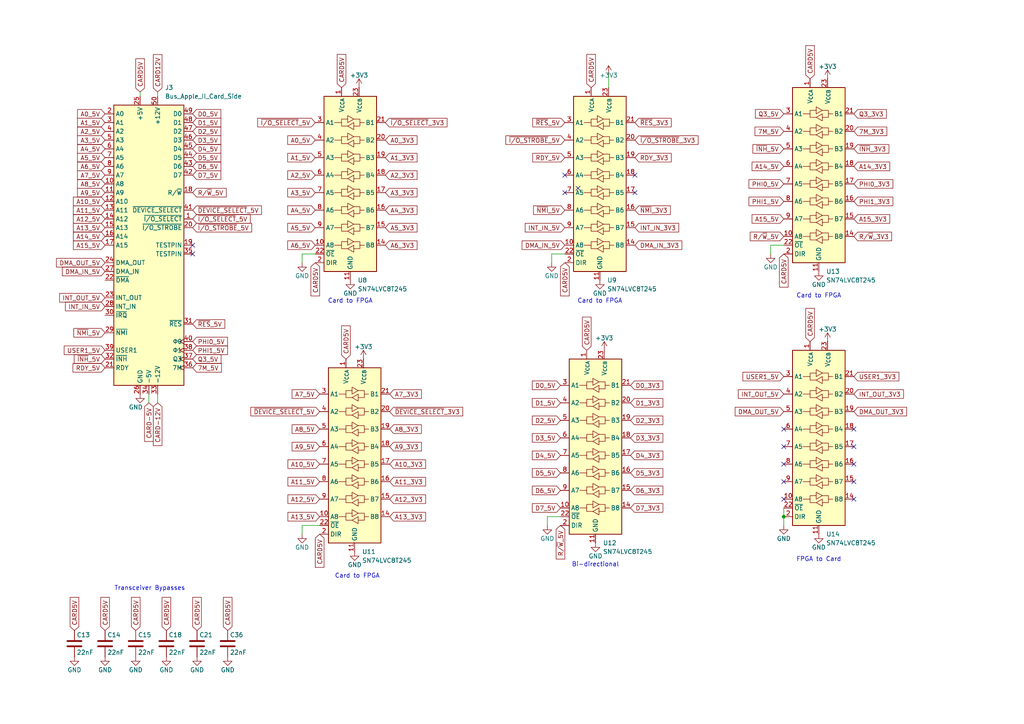
<source format=kicad_sch>
(kicad_sch (version 20250114) (generator "eeschema") (generator_version "9.0")
  (paper "A4")
  (title_block (title "Apple II Bus Interface - Level Shifted") (date "2025-11-30") (rev "1.0.0") (company "clock. Connected to FPGA banks 6 and 7.") (comment 1 "(PHI0, PHI1, R/W, device selects, DMA, interrupts, etc.). 25MHz oscillator for FPGA system") (comment 2 "(A0-A15), data (D0-D7 bidirectional, direction controlled by R/W), and control signals") (comment 3 "74LVC8T245 level shifters translating between 5V Apple II bus and 3.3V FPGA. Address") (comment 4 "Card Apple II bus interface. 50-pin card edge connector with full bus signals. Six"))
  (lib_symbols
    (symbol "Device:C" (pin_numbers (hide yes)) (pin_names (offset 0.254))
      (property "Reference" "C" (at 0.635 2.54 0))
      (property "Value" "C" (at 0.635 -2.54 0))
      (symbol "C_0_1"
        (polyline (pts (xy -2.032 0.762) (xy 2.032 0.762)) (stroke (width 0.508)))
        (polyline (pts (xy -2.032 -0.762) (xy 2.032 -0.762)) (stroke (width 0.508)))
      )
      (symbol "C_1_1"
        (pin passive line (at 0 3.81 270) (length 2.794) (name "~") (number "1"))
        (pin passive line (at 0 -3.81 90) (length 2.794) (name "~") (number "2"))
      )
    )
    (symbol "Logic_LevelTranslator:SN74LVC8T245"
      (property "Reference" "U" (at -6.35 27.94 0))
      (property "Value" "SN74LVC8T245" (at 3.81 27.94 0))
      (symbol "SN74LVC8T245_0_1"
        (rectangle (start -7.62 25.4) (end 7.62 -25.4) (stroke (width 0.254)) (fill (type background)))
        (polyline (pts (xy -2.54 17.78) (xy -2.54 18.796) (xy -0.762 18.796)))
        (polyline (pts (xy -2.54 7.62) (xy -2.54 8.636) (xy -0.762 8.636)))
        (polyline (pts (xy -2.54 -2.54) (xy -2.54 -1.524) (xy -0.762 -1.524)))
        (polyline (pts (xy -2.54 -12.7) (xy -2.54 -11.684) (xy -0.762 -11.684)))
        (polyline (pts (xy -0.762 17.78) (xy -0.762 19.812) (xy 1.016 18.796) (xy -0.762 17.78)))
        (polyline (pts (xy -0.762 16.764) (xy -2.54 16.764) (xy -2.54 17.78) (xy -4.572 17.78)))
        (polyline (pts (xy -0.762 7.62) (xy -0.762 9.652) (xy 1.016 8.636) (xy -0.762 7.62)))
        (polyline (pts (xy -0.762 6.604) (xy -2.54 6.604) (xy -2.54 7.62) (xy -4.572 7.62)))
        (polyline (pts (xy -0.762 -2.54) (xy -0.762 -0.508) (xy 1.016 -1.524) (xy -0.762 -2.54)))
        (polyline (pts (xy -0.762 -3.556) (xy -2.54 -3.556) (xy -2.54 -2.54) (xy -4.572 -2.54)))
        (polyline (pts (xy -0.762 -12.7) (xy -0.762 -10.668) (xy 1.016 -11.684) (xy -0.762 -12.7)))
        (polyline (pts (xy -0.762 -13.716) (xy -2.54 -13.716) (xy -2.54 -12.7) (xy -4.572 -12.7)))
        (polyline (pts (xy 1.016 18.796) (xy 2.794 18.796) (xy 2.794 17.78) (xy 4.064 17.78)))
        (polyline (pts (xy 1.016 17.78) (xy 1.016 16.002) (xy 1.016 15.748) (xy -0.762 16.764) (xy 1.016 17.78)))
        (polyline (pts (xy 1.016 8.636) (xy 2.794 8.636) (xy 2.794 7.62) (xy 4.064 7.62)))
        (polyline (pts (xy 1.016 7.62) (xy 1.016 5.842) (xy 1.016 5.588) (xy -0.762 6.604) (xy 1.016 7.62)))
        (polyline (pts (xy 1.016 2.54) (xy 1.016 0.762) (xy 1.016 0.508) (xy -0.762 1.524) (xy 1.016 2.54)))
        (polyline (pts (xy 1.016 -1.524) (xy 2.794 -1.524) (xy 2.794 -2.54) (xy 4.064 -2.54)))
        (polyline (pts (xy 1.016 -2.54) (xy 1.016 -4.318) (xy 1.016 -4.572) (xy -0.762 -3.556) (xy 1.016 -2.54)))
        (polyline (pts (xy 1.016 -11.684) (xy 2.794 -11.684) (xy 2.794 -12.7) (xy 4.064 -12.7)))
        (polyline (pts (xy 1.016 -12.7) (xy 1.016 -14.478) (xy 1.016 -14.732) (xy -0.762 -13.716) (xy 1.016 -12.7)))
        (polyline (pts (xy 1.016 -17.78) (xy 1.016 -19.558) (xy 1.016 -19.812) (xy -0.762 -18.796) (xy 1.016 -17.78)))
        (polyline (pts (xy 2.794 17.78) (xy 2.794 16.764) (xy 1.016 16.764)))
        (polyline (pts (xy 2.794 7.62) (xy 2.794 6.604) (xy 1.016 6.604)))
        (polyline (pts (xy 2.794 -2.54) (xy 2.794 -3.556) (xy 1.016 -3.556)))
        (polyline (pts (xy 2.794 -12.7) (xy 2.794 -13.716) (xy 1.016 -13.716)))
      )
      (symbol "SN74LVC8T245_1_1"
        (polyline (pts (xy -2.54 12.7) (xy -2.54 13.716) (xy -0.762 13.716)))
        (polyline (pts (xy -2.54 2.54) (xy -2.54 3.556) (xy -0.762 3.556)))
        (polyline (pts (xy -2.54 -7.62) (xy -2.54 -6.604) (xy -0.762 -6.604)))
        (polyline (pts (xy -2.54 -17.78) (xy -2.54 -16.764) (xy -0.762 -16.764)))
        (polyline (pts (xy -0.762 12.7) (xy -0.762 14.732) (xy 1.016 13.716) (xy -0.762 12.7)))
        (polyline (pts (xy -0.762 11.684) (xy -2.54 11.684) (xy -2.54 12.7) (xy -4.572 12.7)))
        (polyline (pts (xy -0.762 2.54) (xy -0.762 4.572) (xy 1.016 3.556) (xy -0.762 2.54)))
        (polyline (pts (xy -0.762 1.524) (xy -2.54 1.524) (xy -2.54 2.54) (xy -4.572 2.54)))
        (polyline (pts (xy -0.762 -7.62) (xy -0.762 -5.588) (xy 1.016 -6.604) (xy -0.762 -7.62)))
        (polyline (pts (xy -0.762 -8.636) (xy -2.54 -8.636) (xy -2.54 -7.62) (xy -4.572 -7.62)))
        (polyline (pts (xy -0.762 -17.78) (xy -0.762 -15.748) (xy 1.016 -16.764) (xy -0.762 -17.78)))
        (polyline (pts (xy -0.762 -18.796) (xy -2.54 -18.796) (xy -2.54 -17.78) (xy -4.572 -17.78)))
        (polyline (pts (xy 1.016 13.716) (xy 2.794 13.716) (xy 2.794 12.7) (xy 4.064 12.7)))
        (polyline (pts (xy 1.016 12.7) (xy 1.016 10.922) (xy 1.016 10.668) (xy -0.762 11.684) (xy 1.016 12.7)))
        (polyline (pts (xy 1.016 3.556) (xy 2.794 3.556) (xy 2.794 2.54) (xy 4.064 2.54)))
        (polyline (pts (xy 1.016 -6.604) (xy 2.794 -6.604) (xy 2.794 -7.62) (xy 4.064 -7.62)))
        (polyline (pts (xy 1.016 -7.62) (xy 1.016 -9.398) (xy 1.016 -9.652) (xy -0.762 -8.636) (xy 1.016 -7.62)))
        (polyline (pts (xy 1.016 -16.764) (xy 2.794 -16.764) (xy 2.794 -17.78) (xy 4.064 -17.78)))
        (polyline (pts (xy 2.794 12.7) (xy 2.794 11.684) (xy 1.016 11.684)))
        (polyline (pts (xy 2.794 2.54) (xy 2.794 1.524) (xy 1.016 1.524)))
        (polyline (pts (xy 2.794 -7.62) (xy 2.794 -8.636) (xy 1.016 -8.636)))
        (polyline (pts (xy 2.794 -17.78) (xy 2.794 -18.796) (xy 1.016 -18.796)))
        (pin bidirectional line (at -10.16 17.78 0) (length 2.54) (name "A1") (number "3"))
        (pin bidirectional line (at -10.16 12.7 0) (length 2.54) (name "A2") (number "4"))
        (pin bidirectional line (at -10.16 7.62 0) (length 2.54) (name "A3") (number "5"))
        (pin bidirectional line (at -10.16 2.54 0) (length 2.54) (name "A4") (number "6"))
        (pin bidirectional line (at -10.16 -2.54 0) (length 2.54) (name "A5") (number "7"))
        (pin bidirectional line (at -10.16 -7.62 0) (length 2.54) (name "A6") (number "8"))
        (pin bidirectional line (at -10.16 -12.7 0) (length 2.54) (name "A7") (number "9"))
        (pin bidirectional line (at -10.16 -17.78 0) (length 2.54) (name "A8") (number "10"))
        (pin input line (at -10.16 -20.32 0) (length 2.54) (name "~{OE}") (number "22"))
        (pin input line (at -10.16 -22.86 0) (length 2.54) (name "DIR") (number "2"))
        (pin power_in line (at -2.54 27.94 270) (length 2.54) (name "V_{CCA}") (number "1"))
        (pin power_in line (at 0 -27.94 90) (length 2.54) (name "GND") (number "11"))
        (pin passive line (at 0 -27.94 90) (length 2.54) (hide yes) (name "GND") (number "12"))
        (pin passive line (at 0 -27.94 90) (length 2.54) (hide yes) (name "GND") (number "13"))
        (pin power_in line (at 2.54 27.94 270) (length 2.54) (name "V_{CCB}") (number "23"))
        (pin passive line (at 2.54 27.94 270) (length 2.54) (hide yes) (name "V_{CCB}") (number "24"))
        (pin bidirectional line (at 10.16 17.78 180) (length 2.54) (name "B1") (number "21"))
        (pin bidirectional line (at 10.16 12.7 180) (length 2.54) (name "B2") (number "20"))
        (pin bidirectional line (at 10.16 7.62 180) (length 2.54) (name "B3") (number "19"))
        (pin bidirectional line (at 10.16 2.54 180) (length 2.54) (name "B4") (number "18"))
        (pin bidirectional line (at 10.16 -2.54 180) (length 2.54) (name "B5") (number "17"))
        (pin bidirectional line (at 10.16 -7.62 180) (length 2.54) (name "B6") (number "16"))
        (pin bidirectional line (at 10.16 -12.7 180) (length 2.54) (name "B7") (number "15"))
        (pin bidirectional line (at 10.16 -17.78 180) (length 2.54) (name "B8") (number "14"))
      )
    )
    (symbol "PCM_MA_Connector_AppleII:Bus_Apple_II_Card_Side" (in_bom no)
      (property "Reference" "J" (at 7.62 41.91 0))
      (property "Value" "Bus_Apple_II_Card_Side" (at 15.24 -41.91 0))
      (symbol "Bus_Apple_II_Card_Side_0_1"
        (rectangle (start -10.16 40.64) (end 10.16 -40.64) (stroke (width 0.254)) (fill (type background)))
      )
      (symbol "Bus_Apple_II_Card_Side_1_1"
        (pin bidirectional line (at -12.7 38.1 0) (length 2.54) (name "A0") (number "2"))
        (pin bidirectional line (at -12.7 35.56 0) (length 2.54) (name "A1") (number "3"))
        (pin bidirectional line (at -12.7 33.02 0) (length 2.54) (name "A2") (number "4"))
        (pin bidirectional line (at -12.7 30.48 0) (length 2.54) (name "A3") (number "5"))
        (pin bidirectional line (at -12.7 27.94 0) (length 2.54) (name "A4") (number "6"))
        (pin bidirectional line (at -12.7 25.4 0) (length 2.54) (name "A5") (number "7"))
        (pin bidirectional line (at -12.7 22.86 0) (length 2.54) (name "A6") (number "8"))
        (pin bidirectional line (at -12.7 20.32 0) (length 2.54) (name "A7") (number "9"))
        (pin bidirectional line (at -12.7 17.78 0) (length 2.54) (name "A8") (number "10"))
        (pin bidirectional line (at -12.7 15.24 0) (length 2.54) (name "A9") (number "11"))
        (pin bidirectional line (at -12.7 12.7 0) (length 2.54) (name "A10") (number "12"))
        (pin bidirectional line (at -12.7 10.16 0) (length 2.54) (name "A11") (number "13"))
        (pin bidirectional line (at -12.7 7.62 0) (length 2.54) (name "A12") (number "14"))
        (pin bidirectional line (at -12.7 5.08 0) (length 2.54) (name "A13") (number "15"))
        (pin bidirectional line (at -12.7 2.54 0) (length 2.54) (name "A14") (number "16"))
        (pin bidirectional line (at -12.7 0 0) (length 2.54) (name "A15") (number "17"))
        (pin input line (at -12.7 -5.08 0) (length 2.54) (name "DMA_OUT") (number "24"))
        (pin output line (at -12.7 -7.62 0) (length 2.54) (name "DMA_IN") (number "27"))
        (pin input line (at -12.7 -10.16 0) (length 2.54) (name "~{DMA}") (number "22"))
        (pin input line (at -12.7 -15.24 0) (length 2.54) (name "INT_OUT") (number "23"))
        (pin output line (at -12.7 -17.78 0) (length 2.54) (name "INT_IN") (number "28"))
        (pin bidirectional line (at -12.7 -20.32 0) (length 2.54) (name "~{IRQ}") (number "30"))
        (pin bidirectional line (at -12.7 -25.4 0) (length 2.54) (name "~{NMI}") (number "29"))
        (pin input line (at -12.7 -30.48 0) (length 2.54) (name "USER1") (number "39"))
        (pin input line (at -12.7 -33.02 0) (length 2.54) (name "~{INH}") (number "32"))
        (pin bidirectional line (at -12.7 -35.56 0) (length 2.54) (name "RDY") (number "21"))
        (pin power_out line (at -2.54 43.18 270) (length 2.54) (name "+5V") (number "25"))
        (pin power_out line (at -2.54 -43.18 90) (length 2.54) (name "GND") (number "26"))
        (pin power_out line (at 0 -43.18 90) (length 2.54) (name "-5V") (number "34"))
        (pin power_out line (at 2.54 43.18 270) (length 2.54) (name "+12V") (number "50"))
        (pin power_out line (at 2.54 -43.18 90) (length 2.54) (name "-12V") (number "33"))
        (pin bidirectional line (at 12.7 38.1 180) (length 2.54) (name "D0") (number "49"))
        (pin bidirectional line (at 12.7 35.56 180) (length 2.54) (name "D1") (number "48"))
        (pin bidirectional line (at 12.7 33.02 180) (length 2.54) (name "D2") (number "47"))
        (pin bidirectional line (at 12.7 30.48 180) (length 2.54) (name "D3") (number "46"))
        (pin bidirectional line (at 12.7 27.94 180) (length 2.54) (name "D4") (number "45"))
        (pin bidirectional line (at 12.7 25.4 180) (length 2.54) (name "D5") (number "44"))
        (pin bidirectional line (at 12.7 22.86 180) (length 2.54) (name "D6") (number "43"))
        (pin bidirectional line (at 12.7 20.32 180) (length 2.54) (name "D7") (number "42"))
        (pin bidirectional line (at 12.7 15.24 180) (length 2.54) (name "R/~{W}") (number "18"))
        (pin output line (at 12.7 10.16 180) (length 2.54) (name "~{DEVICE_SELECT}") (number "41"))
        (pin output line (at 12.7 7.62 180) (length 2.54) (name "~{I/O_SELECT}") (number "1"))
        (pin output line (at 12.7 5.08 180) (length 2.54) (name "~{I/O_STROBE}") (number "20"))
        (pin input line (at 12.7 0 180) (length 2.54) (name "TESTPIN") (number "19"))
        (pin input line (at 12.7 -2.54 180) (length 2.54) (name "TESTPIN") (number "35"))
        (pin bidirectional line (at 12.7 -22.86 180) (length 2.54) (name "~{RES}") (number "31"))
        (pin output clock (at 12.7 -27.94 180) (length 2.54) (name "Φ0") (number "40"))
        (pin output clock (at 12.7 -30.48 180) (length 2.54) (name "Φ1") (number "38"))
        (pin output clock (at 12.7 -33.02 180) (length 2.54) (name "Q3") (number "37"))
        (pin output clock (at 12.7 -35.56 180) (length 2.54) (name "7M") (number "36"))
      )
    )
    (symbol "power:+3V3" (power) (pin_numbers (hide yes)) (pin_names (offset 0) (hide yes))
      (property "Value" "+3V3" (at 0 3.556 0))
      (symbol "+3V3_0_1"
        (polyline (pts (xy -0.762 1.27) (xy 0 2.54)))
        (polyline (pts (xy 0 2.54) (xy 0.762 1.27)))
        (polyline (pts (xy 0 0) (xy 0 2.54)))
      )
      (symbol "+3V3_1_1"
        (pin power_in line (at 0 0 90) (length 0) (name "~") (number "1"))
      )
    )
    (symbol "power:GND" (power) (pin_numbers (hide yes)) (pin_names (offset 0) (hide yes))
      (property "Value" "GND" (at 0 -3.81 0))
      (symbol "GND_0_1"
        (polyline (pts (xy 0 0) (xy 0 -1.27) (xy 1.27 -1.27) (xy 0 -2.54) (xy -1.27 -1.27) (xy 0 -1.27)))
      )
      (symbol "GND_1_1"
        (pin power_in line (at 0 0 270) (length 0) (name "~") (number "1"))
      )
    )
  )
  (text "FPGA to Card" (at 237.49 162.306 0) (effects (font (size 1.27 1.27))))
  (text "Card to FPGA" (at 173.99 87.376 0) (effects (font (size 1.27 1.27))))
  (text "Transceiver Bypasses" (at 43.434 170.688 0) (effects (font (size 1.27 1.27))))
  (text "Card to FPGA" (at 101.6 87.376 0) (effects (font (size 1.27 1.27))))
  (text "Card to FPGA" (at 237.49 85.852 0) (effects (font (size 1.27 1.27))))
  (text "Bi-directional" (at 172.72 163.83 0) (effects (font (size 1.27 1.27))))
  (text "Card to FPGA" (at 103.632 167.132 0) (effects (font (size 1.27 1.27))))
  (junction (at 227.33 149.86))
  (no_connect (at 184.15 50.8))
  (no_connect (at 163.83 55.88))
  (no_connect (at 167.64 54.61))
  (no_connect (at 247.65 134.62))
  (no_connect (at 184.15 55.88))
  (no_connect (at 227.33 144.78))
  (no_connect (at 247.65 124.46))
  (no_connect (at 163.83 50.8))
  (no_connect (at 247.65 144.78))
  (no_connect (at 247.65 139.7))
  (no_connect (at 227.33 124.46))
  (no_connect (at 247.65 129.54))
  (no_connect (at 55.88 71.12))
  (no_connect (at 227.33 139.7))
  (no_connect (at 55.88 73.66))
  (no_connect (at 227.33 134.62))
  (no_connect (at 227.33 129.54))
  (wire (pts (xy 227.33 147.32) (xy 227.33 149.86)))
  (wire (pts (xy 43.18 114.3) (xy 43.18 116.84)))
  (wire (pts (xy 158.75 149.86) (xy 162.56 149.86)))
  (wire (pts (xy 87.63 152.4) (xy 92.71 152.4)))
  (wire (pts (xy 158.75 152.4) (xy 158.75 149.86)))
  (wire (pts (xy 163.83 73.66) (xy 160.02 73.66)))
  (wire (pts (xy 176.53 25.4) (xy 176.53 21.59)))
  (wire (pts (xy 45.72 114.3) (xy 45.72 116.84)))
  (wire (pts (xy 223.52 71.12) (xy 223.52 73.66)))
  (wire (pts (xy 87.63 152.4) (xy 87.63 154.94)))
  (wire (pts (xy 40.64 26.67) (xy 40.64 27.94)))
  (wire (pts (xy 91.44 73.66) (xy 87.63 73.66)))
  (wire (pts (xy 87.63 73.66) (xy 87.63 76.2)))
  (wire (pts (xy 45.72 26.67) (xy 45.72 27.94)))
  (wire (pts (xy 227.33 149.86) (xy 227.33 152.4)))
  (wire (pts (xy 227.33 71.12) (xy 223.52 71.12)))
  (wire (pts (xy 160.02 73.66) (xy 160.02 76.2)))
  (global_label "D5_5V" (shape input) (at 55.88 45.72 0) (property "Intersheetrefs" "${INTERSHEET_REFS}" (effects (hide yes))))
  (global_label "Q3_5V" (shape input) (at 227.33 33.02 180) (property "Intersheetrefs" "${INTERSHEET_REFS}" (effects (hide yes))))
  (global_label "CARD5V" (shape input) (at 30.48 182.88 90) (property "Intersheetrefs" "${INTERSHEET_REFS}" (effects (hide yes))))
  (global_label "D7_5V" (shape input) (at 55.88 50.8 0) (property "Intersheetrefs" "${INTERSHEET_REFS}" (effects (hide yes))))
  (global_label "A6_5V" (shape input) (at 30.48 48.26 180) (property "Intersheetrefs" "${INTERSHEET_REFS}" (effects (hide yes))))
  (global_label "A13_5V" (shape input) (at 92.71 149.86 180) (property "Intersheetrefs" "${INTERSHEET_REFS}" (effects (hide yes))))
  (global_label "~{RES}_3V3" (shape input) (at 184.15 35.56 0) (property "Intersheetrefs" "${INTERSHEET_REFS}" (effects (hide yes))))
  (global_label "A15_5V" (shape input) (at 227.33 63.5 180) (property "Intersheetrefs" "${INTERSHEET_REFS}" (effects (hide yes))))
  (global_label "DMA_OUT_3V3" (shape input) (at 247.65 119.38 0) (property "Intersheetrefs" "${INTERSHEET_REFS}" (effects (hide yes))))
  (global_label "A8_5V" (shape input) (at 30.48 53.34 180) (property "Intersheetrefs" "${INTERSHEET_REFS}" (effects (hide yes))))
  (global_label "~{I{slash}O_SELECT}_5V" (shape input) (at 91.44 35.56 180) (property "Intersheetrefs" "${INTERSHEET_REFS}" (effects (hide yes))))
  (global_label "~{I{slash}O_SELECT}_5V" (shape input) (at 55.88 63.5 0) (property "Intersheetrefs" "${INTERSHEET_REFS}" (effects (hide yes))))
  (global_label "A3_3V3" (shape input) (at 111.76 55.88 0) (property "Intersheetrefs" "${INTERSHEET_REFS}" (effects (hide yes))))
  (global_label "RDY_5V" (shape input) (at 30.48 106.68 180) (property "Intersheetrefs" "${INTERSHEET_REFS}" (effects (hide yes))))
  (global_label "7M_3V3" (shape input) (at 247.65 38.1 0) (property "Intersheetrefs" "${INTERSHEET_REFS}" (effects (hide yes))))
  (global_label "D0_3V3" (shape input) (at 182.88 111.76 0) (property "Intersheetrefs" "${INTERSHEET_REFS}" (effects (hide yes))))
  (global_label "DMA_OUT_5V" (shape input) (at 227.33 119.38 180) (property "Intersheetrefs" "${INTERSHEET_REFS}" (effects (hide yes))))
  (global_label "D0_5V" (shape input) (at 162.56 111.76 180) (property "Intersheetrefs" "${INTERSHEET_REFS}" (effects (hide yes))))
  (global_label "A13_5V" (shape input) (at 30.48 66.04 180) (property "Intersheetrefs" "${INTERSHEET_REFS}" (effects (hide yes))))
  (global_label "USER1_5V" (shape input) (at 30.48 101.6 180) (property "Intersheetrefs" "${INTERSHEET_REFS}" (effects (hide yes))))
  (global_label "A1_5V" (shape input) (at 30.48 35.56 180) (property "Intersheetrefs" "${INTERSHEET_REFS}" (effects (hide yes))))
  (global_label "R{slash}~{W}_5V" (shape input) (at 55.88 55.88 0) (property "Intersheetrefs" "${INTERSHEET_REFS}" (effects (hide yes))))
  (global_label "A5_5V" (shape input) (at 30.48 45.72 180) (property "Intersheetrefs" "${INTERSHEET_REFS}" (effects (hide yes))))
  (global_label "A11_5V" (shape input) (at 30.48 60.96 180) (property "Intersheetrefs" "${INTERSHEET_REFS}" (effects (hide yes))))
  (global_label "~{I{slash}O_SELECT}_3V3" (shape input) (at 111.76 35.56 0) (property "Intersheetrefs" "${INTERSHEET_REFS}" (effects (hide yes))))
  (global_label "D6_5V" (shape input) (at 55.88 48.26 0) (property "Intersheetrefs" "${INTERSHEET_REFS}" (effects (hide yes))))
  (global_label "CARD5V" (shape input) (at 170.18 101.6 90) (property "Intersheetrefs" "${INTERSHEET_REFS}" (effects (hide yes))))
  (global_label "A15_3V3" (shape input) (at 247.65 63.5 0) (property "Intersheetrefs" "${INTERSHEET_REFS}" (effects (hide yes))))
  (global_label "~{RES}_5V" (shape input) (at 55.88 93.98 0) (property "Intersheetrefs" "${INTERSHEET_REFS}" (effects (hide yes))))
  (global_label "CARD5V" (shape input) (at 234.95 22.86 90) (property "Intersheetrefs" "${INTERSHEET_REFS}" (effects (hide yes))))
  (global_label "DMA_IN_5V" (shape input) (at 30.48 78.74 180) (property "Intersheetrefs" "${INTERSHEET_REFS}" (effects (hide yes))))
  (global_label "A10_3V3" (shape input) (at 113.03 134.62 0) (property "Intersheetrefs" "${INTERSHEET_REFS}" (effects (hide yes))))
  (global_label "INT_OUT_3V3" (shape input) (at 247.65 114.3 0) (property "Intersheetrefs" "${INTERSHEET_REFS}" (effects (hide yes))))
  (global_label "A0_3V3" (shape input) (at 111.76 40.64 0) (property "Intersheetrefs" "${INTERSHEET_REFS}" (effects (hide yes))))
  (global_label "A12_5V" (shape input) (at 30.48 63.5 180) (property "Intersheetrefs" "${INTERSHEET_REFS}" (effects (hide yes))))
  (global_label "A2_5V" (shape input) (at 30.48 38.1 180) (property "Intersheetrefs" "${INTERSHEET_REFS}" (effects (hide yes))))
  (global_label "A5_5V" (shape input) (at 91.44 66.04 180) (property "Intersheetrefs" "${INTERSHEET_REFS}" (effects (hide yes))))
  (global_label "D3_5V" (shape input) (at 55.88 40.64 0) (property "Intersheetrefs" "${INTERSHEET_REFS}" (effects (hide yes))))
  (global_label "A3_5V" (shape input) (at 91.44 55.88 180) (property "Intersheetrefs" "${INTERSHEET_REFS}" (effects (hide yes))))
  (global_label "7M_5V" (shape input) (at 227.33 38.1 180) (property "Intersheetrefs" "${INTERSHEET_REFS}" (effects (hide yes))))
  (global_label "Q3_3V3" (shape input) (at 247.65 33.02 0) (property "Intersheetrefs" "${INTERSHEET_REFS}" (effects (hide yes))))
  (global_label "CARD5V" (shape input) (at 171.45 25.4 90) (property "Intersheetrefs" "${INTERSHEET_REFS}" (effects (hide yes))))
  (global_label "A7_5V" (shape input) (at 92.71 114.3 180) (property "Intersheetrefs" "${INTERSHEET_REFS}" (effects (hide yes))))
  (global_label "A1_5V" (shape input) (at 91.44 45.72 180) (property "Intersheetrefs" "${INTERSHEET_REFS}" (effects (hide yes))))
  (global_label "PHI0_5V" (shape input) (at 55.88 99.06 0) (property "Intersheetrefs" "${INTERSHEET_REFS}" (effects (hide yes))))
  (global_label "R{slash}~{W}_5V" (shape input) (at 162.56 152.4 270) (property "Intersheetrefs" "${INTERSHEET_REFS}" (effects (hide yes))))
  (global_label "CARD5V" (shape input) (at 227.33 73.66 270) (property "Intersheetrefs" "${INTERSHEET_REFS}" (effects (hide yes))))
  (global_label "D6_3V3" (shape input) (at 182.88 142.24 0) (property "Intersheetrefs" "${INTERSHEET_REFS}" (effects (hide yes))))
  (global_label "~{DEVICE_SELECT}_5V" (shape input) (at 92.71 119.38 180) (property "Intersheetrefs" "${INTERSHEET_REFS}" (effects (hide yes))))
  (global_label "PHI0_5V" (shape input) (at 227.33 53.34 180) (property "Intersheetrefs" "${INTERSHEET_REFS}" (effects (hide yes))))
  (global_label "D0_5V" (shape input) (at 55.88 33.02 0) (property "Intersheetrefs" "${INTERSHEET_REFS}" (effects (hide yes))))
  (global_label "PHI0_3V3" (shape input) (at 247.65 53.34 0) (property "Intersheetrefs" "${INTERSHEET_REFS}" (effects (hide yes))))
  (global_label "INT_IN_3V3" (shape input) (at 184.15 66.04 0) (property "Intersheetrefs" "${INTERSHEET_REFS}" (effects (hide yes))))
  (global_label "D5_5V" (shape input) (at 162.56 137.16 180) (property "Intersheetrefs" "${INTERSHEET_REFS}" (effects (hide yes))))
  (global_label "~{INH}_5V" (shape input) (at 227.33 43.18 180) (property "Intersheetrefs" "${INTERSHEET_REFS}" (effects (hide yes))))
  (global_label "PHI1_5V" (shape input) (at 55.88 101.6 0) (property "Intersheetrefs" "${INTERSHEET_REFS}" (effects (hide yes))))
  (global_label "A14_3V3" (shape input) (at 247.65 48.26 0) (property "Intersheetrefs" "${INTERSHEET_REFS}" (effects (hide yes))))
  (global_label "A2_3V3" (shape input) (at 111.76 50.8 0) (property "Intersheetrefs" "${INTERSHEET_REFS}" (effects (hide yes))))
  (global_label "D4_5V" (shape input) (at 55.88 43.18 0) (property "Intersheetrefs" "${INTERSHEET_REFS}" (effects (hide yes))))
  (global_label "A1_3V3" (shape input) (at 111.76 45.72 0) (property "Intersheetrefs" "${INTERSHEET_REFS}" (effects (hide yes))))
  (global_label "PHI1_3V3" (shape input) (at 247.65 58.42 0) (property "Intersheetrefs" "${INTERSHEET_REFS}" (effects (hide yes))))
  (global_label "A10_5V" (shape input) (at 92.71 134.62 180) (property "Intersheetrefs" "${INTERSHEET_REFS}" (effects (hide yes))))
  (global_label "D3_5V" (shape input) (at 162.56 127 180) (property "Intersheetrefs" "${INTERSHEET_REFS}" (effects (hide yes))))
  (global_label "~{INH}_5V" (shape input) (at 30.48 104.14 180) (property "Intersheetrefs" "${INTERSHEET_REFS}" (effects (hide yes))))
  (global_label "INT_IN_5V" (shape input) (at 163.83 66.04 180) (property "Intersheetrefs" "${INTERSHEET_REFS}" (effects (hide yes))))
  (global_label "A4_3V3" (shape input) (at 111.76 60.96 0) (property "Intersheetrefs" "${INTERSHEET_REFS}" (effects (hide yes))))
  (global_label "R{slash}~{W}_5V" (shape input) (at 227.33 68.58 180) (property "Intersheetrefs" "${INTERSHEET_REFS}" (effects (hide yes))))
  (global_label "A4_5V" (shape input) (at 91.44 60.96 180) (property "Intersheetrefs" "${INTERSHEET_REFS}" (effects (hide yes))))
  (global_label "INT_OUT_5V" (shape input) (at 30.48 86.36 180) (property "Intersheetrefs" "${INTERSHEET_REFS}" (effects (hide yes))))
  (global_label "A12_5V" (shape input) (at 92.71 144.78 180) (property "Intersheetrefs" "${INTERSHEET_REFS}" (effects (hide yes))))
  (global_label "A7_3V3" (shape input) (at 113.03 114.3 0) (property "Intersheetrefs" "${INTERSHEET_REFS}" (effects (hide yes))))
  (global_label "A7_5V" (shape input) (at 30.48 50.8 180) (property "Intersheetrefs" "${INTERSHEET_REFS}" (effects (hide yes))))
  (global_label "D6_5V" (shape input) (at 162.56 142.24 180) (property "Intersheetrefs" "${INTERSHEET_REFS}" (effects (hide yes))))
  (global_label "7M_5V" (shape input) (at 55.88 106.68 0) (property "Intersheetrefs" "${INTERSHEET_REFS}" (effects (hide yes))))
  (global_label "CARD-12V" (shape input) (at 45.72 116.84 270) (property "Intersheetrefs" "${INTERSHEET_REFS}" (effects (hide yes))))
  (global_label "A11_3V3" (shape input) (at 113.03 139.7 0) (property "Intersheetrefs" "${INTERSHEET_REFS}" (effects (hide yes))))
  (global_label "D7_5V" (shape input) (at 162.56 147.32 180) (property "Intersheetrefs" "${INTERSHEET_REFS}" (effects (hide yes))))
  (global_label "CARD5V" (shape input) (at 48.26 182.88 90) (property "Intersheetrefs" "${INTERSHEET_REFS}" (effects (hide yes))))
  (global_label "A14_5V" (shape input) (at 227.33 48.26 180) (property "Intersheetrefs" "${INTERSHEET_REFS}" (effects (hide yes))))
  (global_label "D5_3V3" (shape input) (at 182.88 137.16 0) (property "Intersheetrefs" "${INTERSHEET_REFS}" (effects (hide yes))))
  (global_label "CARD5V" (shape input) (at 234.95 99.06 90) (property "Intersheetrefs" "${INTERSHEET_REFS}" (effects (hide yes))))
  (global_label "D7_3V3" (shape input) (at 182.88 147.32 0) (property "Intersheetrefs" "${INTERSHEET_REFS}" (effects (hide yes))))
  (global_label "CARD5V" (shape input) (at 39.37 182.88 90) (property "Intersheetrefs" "${INTERSHEET_REFS}" (effects (hide yes))))
  (global_label "A15_5V" (shape input) (at 30.48 71.12 180) (property "Intersheetrefs" "${INTERSHEET_REFS}" (effects (hide yes))))
  (global_label "~{RES}_5V" (shape input) (at 163.83 35.56 180) (property "Intersheetrefs" "${INTERSHEET_REFS}" (effects (hide yes))))
  (global_label "R{slash}~{W}_3V3" (shape input) (at 247.65 68.58 0) (property "Intersheetrefs" "${INTERSHEET_REFS}" (effects (hide yes))))
  (global_label "DMA_IN_5V" (shape input) (at 163.83 71.12 180) (property "Intersheetrefs" "${INTERSHEET_REFS}" (effects (hide yes))))
  (global_label "D2_3V3" (shape input) (at 182.88 121.92 0) (property "Intersheetrefs" "${INTERSHEET_REFS}" (effects (hide yes))))
  (global_label "D3_3V3" (shape input) (at 182.88 127 0) (property "Intersheetrefs" "${INTERSHEET_REFS}" (effects (hide yes))))
  (global_label "A8_5V" (shape input) (at 92.71 124.46 180) (property "Intersheetrefs" "${INTERSHEET_REFS}" (effects (hide yes))))
  (global_label "CARD5V" (shape input) (at 40.64 26.67 90) (property "Intersheetrefs" "${INTERSHEET_REFS}" (effects (hide yes))))
  (global_label "INT_OUT_5V" (shape input) (at 227.33 114.3 180) (property "Intersheetrefs" "${INTERSHEET_REFS}" (effects (hide yes))))
  (global_label "RDY_5V" (shape input) (at 163.83 45.72 180) (property "Intersheetrefs" "${INTERSHEET_REFS}" (effects (hide yes))))
  (global_label "RDY_3V3" (shape input) (at 184.15 45.72 0) (property "Intersheetrefs" "${INTERSHEET_REFS}" (effects (hide yes))))
  (global_label "~{I{slash}O_STROBE}_3V3" (shape input) (at 184.15 40.64 0) (property "Intersheetrefs" "${INTERSHEET_REFS}" (effects (hide yes))))
  (global_label "~{I{slash}O_STROBE}_5V" (shape input) (at 163.83 40.64 180) (property "Intersheetrefs" "${INTERSHEET_REFS}" (effects (hide yes))))
  (global_label "A2_5V" (shape input) (at 91.44 50.8 180) (property "Intersheetrefs" "${INTERSHEET_REFS}" (effects (hide yes))))
  (global_label "A14_5V" (shape input) (at 30.48 68.58 180) (property "Intersheetrefs" "${INTERSHEET_REFS}" (effects (hide yes))))
  (global_label "CARD5V" (shape input) (at 100.33 104.14 90) (property "Intersheetrefs" "${INTERSHEET_REFS}" (effects (hide yes))))
  (global_label "CARD5V" (shape input) (at 99.06 25.4 90) (property "Intersheetrefs" "${INTERSHEET_REFS}" (effects (hide yes))))
  (global_label "PHI1_5V" (shape input) (at 227.33 58.42 180) (property "Intersheetrefs" "${INTERSHEET_REFS}" (effects (hide yes))))
  (global_label "A0_5V" (shape input) (at 91.44 40.64 180) (property "Intersheetrefs" "${INTERSHEET_REFS}" (effects (hide yes))))
  (global_label "USER1_5V" (shape input) (at 227.33 109.22 180) (property "Intersheetrefs" "${INTERSHEET_REFS}" (effects (hide yes))))
  (global_label "A6_3V3" (shape input) (at 111.76 71.12 0) (property "Intersheetrefs" "${INTERSHEET_REFS}" (effects (hide yes))))
  (global_label "A6_5V" (shape input) (at 91.44 71.12 180) (property "Intersheetrefs" "${INTERSHEET_REFS}" (effects (hide yes))))
  (global_label "A13_3V3" (shape input) (at 113.03 149.86 0) (property "Intersheetrefs" "${INTERSHEET_REFS}" (effects (hide yes))))
  (global_label "CARD5V" (shape input) (at 57.15 182.88 90) (property "Intersheetrefs" "${INTERSHEET_REFS}" (effects (hide yes))))
  (global_label "D4_5V" (shape input) (at 162.56 132.08 180) (property "Intersheetrefs" "${INTERSHEET_REFS}" (effects (hide yes))))
  (global_label "A10_5V" (shape input) (at 30.48 58.42 180) (property "Intersheetrefs" "${INTERSHEET_REFS}" (effects (hide yes))))
  (global_label "D1_5V" (shape input) (at 162.56 116.84 180) (property "Intersheetrefs" "${INTERSHEET_REFS}" (effects (hide yes))))
  (global_label "CARD5V" (shape input) (at 163.83 76.2 270) (property "Intersheetrefs" "${INTERSHEET_REFS}" (effects (hide yes))))
  (global_label "A9_5V" (shape input) (at 30.48 55.88 180) (property "Intersheetrefs" "${INTERSHEET_REFS}" (effects (hide yes))))
  (global_label "D1_3V3" (shape input) (at 182.88 116.84 0) (property "Intersheetrefs" "${INTERSHEET_REFS}" (effects (hide yes))))
  (global_label "A9_5V" (shape input) (at 92.71 129.54 180) (property "Intersheetrefs" "${INTERSHEET_REFS}" (effects (hide yes))))
  (global_label "INT_IN_5V" (shape input) (at 30.48 88.9 180) (property "Intersheetrefs" "${INTERSHEET_REFS}" (effects (hide yes))))
  (global_label "CARD12V" (shape input) (at 45.72 26.67 90) (property "Intersheetrefs" "${INTERSHEET_REFS}" (effects (hide yes))))
  (global_label "DMA_IN_3V3" (shape input) (at 184.15 71.12 0) (property "Intersheetrefs" "${INTERSHEET_REFS}" (effects (hide yes))))
  (global_label "D2_5V" (shape input) (at 55.88 38.1 0) (property "Intersheetrefs" "${INTERSHEET_REFS}" (effects (hide yes))))
  (global_label "~{I{slash}O_STROBE}_5V" (shape input) (at 55.88 66.04 0) (property "Intersheetrefs" "${INTERSHEET_REFS}" (effects (hide yes))))
  (global_label "~{INH}_3V3" (shape input) (at 247.65 43.18 0) (property "Intersheetrefs" "${INTERSHEET_REFS}" (effects (hide yes))))
  (global_label "USER1_3V3" (shape input) (at 247.65 109.22 0) (property "Intersheetrefs" "${INTERSHEET_REFS}" (effects (hide yes))))
  (global_label "Q3_5V" (shape input) (at 55.88 104.14 0) (property "Intersheetrefs" "${INTERSHEET_REFS}" (effects (hide yes))))
  (global_label "CARD5V" (shape input) (at 21.59 182.88 90) (property "Intersheetrefs" "${INTERSHEET_REFS}" (effects (hide yes))))
  (global_label "CARD-5V" (shape input) (at 43.18 116.84 270) (property "Intersheetrefs" "${INTERSHEET_REFS}" (effects (hide yes))))
  (global_label "A5_3V3" (shape input) (at 111.76 66.04 0) (property "Intersheetrefs" "${INTERSHEET_REFS}" (effects (hide yes))))
  (global_label "A9_3V3" (shape input) (at 113.03 129.54 0) (property "Intersheetrefs" "${INTERSHEET_REFS}" (effects (hide yes))))
  (global_label "D4_3V3" (shape input) (at 182.88 132.08 0) (property "Intersheetrefs" "${INTERSHEET_REFS}" (effects (hide yes))))
  (global_label "A4_5V" (shape input) (at 30.48 43.18 180) (property "Intersheetrefs" "${INTERSHEET_REFS}" (effects (hide yes))))
  (global_label "~{NMI}_5V" (shape input) (at 30.48 96.52 180) (property "Intersheetrefs" "${INTERSHEET_REFS}" (effects (hide yes))))
  (global_label "A8_3V3" (shape input) (at 113.03 124.46 0) (property "Intersheetrefs" "${INTERSHEET_REFS}" (effects (hide yes))))
  (global_label "CARD5V" (shape input) (at 91.44 76.2 270) (property "Intersheetrefs" "${INTERSHEET_REFS}" (effects (hide yes))))
  (global_label "CARD5V" (shape input) (at 92.71 154.94 270) (property "Intersheetrefs" "${INTERSHEET_REFS}" (effects (hide yes))))
  (global_label "~{DEVICE_SELECT}_5V" (shape input) (at 55.88 60.96 0) (property "Intersheetrefs" "${INTERSHEET_REFS}" (effects (hide yes))))
  (global_label "D2_5V" (shape input) (at 162.56 121.92 180) (property "Intersheetrefs" "${INTERSHEET_REFS}" (effects (hide yes))))
  (global_label "~{NMI}_3V3" (shape input) (at 184.15 60.96 0) (property "Intersheetrefs" "${INTERSHEET_REFS}" (effects (hide yes))))
  (global_label "~{NMI}_5V" (shape input) (at 163.83 60.96 180) (property "Intersheetrefs" "${INTERSHEET_REFS}" (effects (hide yes))))
  (global_label "A12_3V3" (shape input) (at 113.03 144.78 0) (property "Intersheetrefs" "${INTERSHEET_REFS}" (effects (hide yes))))
  (global_label "~{DEVICE_SELECT}_3V3" (shape input) (at 113.03 119.38 0) (property "Intersheetrefs" "${INTERSHEET_REFS}" (effects (hide yes))))
  (global_label "A11_5V" (shape input) (at 92.71 139.7 180) (property "Intersheetrefs" "${INTERSHEET_REFS}" (effects (hide yes))))
  (global_label "A0_5V" (shape input) (at 30.48 33.02 180) (property "Intersheetrefs" "${INTERSHEET_REFS}" (effects (hide yes))))
  (global_label "D1_5V" (shape input) (at 55.88 35.56 0) (property "Intersheetrefs" "${INTERSHEET_REFS}" (effects (hide yes))))
  (global_label "A3_5V" (shape input) (at 30.48 40.64 180) (property "Intersheetrefs" "${INTERSHEET_REFS}" (effects (hide yes))))
  (global_label "CARD5V" (shape input) (at 66.04 182.88 90) (property "Intersheetrefs" "${INTERSHEET_REFS}" (effects (hide yes))))
  (global_label "DMA_OUT_5V" (shape input) (at 30.48 76.2 180) (property "Intersheetrefs" "${INTERSHEET_REFS}" (effects (hide yes))))
  (symbol (lib_id "Logic_LevelTranslator:SN74LVC8T245") (at 173.99 53.34 0) (unit 1)
    (property "Reference" "U9" (at 176.1333 81.28 0) (effects (justify left)))
    (property "Value" "SN74LVC8T245" (at 176.1333 83.82 0) (effects (justify left)))
    (property "Footprint" "footprints:DBQ24-L" (effects (hide yes)))
    (property "Datasheet" "https://www.ti.com/lit/ds/symlink/sn74lvc8t245.pdf" (effects (hide yes)))
    (property "Description" "8-Bit Dual-Supply Bus Transceiver With Configurable Voltage Translation and 3-State Outputs" (effects (hide yes)))
  )
  (symbol (lib_id "Device:C") (at 21.59 186.69 0) (unit 1)
    (property "Reference" "C13" (at 22.225 184.15 0) (effects (justify left)))
    (property "Value" "22nF" (at 22.225 189.23 0) (effects (justify left)))
    (property "Footprint" "Capacitor_SMD:C_0603_1608Metric" (effects (hide yes)))
    (property "MPN" "CX0603MRX7R8BB223" (effects (hide yes)))
  )
  (symbol (lib_id "Device:C") (at 30.48 186.69 0) (unit 1)
    (property "Reference" "C14" (at 31.115 184.15 0) (effects (justify left)))
    (property "Value" "22nF" (at 31.115 189.23 0) (effects (justify left)))
    (property "Footprint" "Capacitor_SMD:C_0603_1608Metric" (effects (hide yes)))
    (property "MPN" "CX0603MRX7R8BB223" (effects (hide yes)))
  )
  (symbol (lib_id "PCM_MA_Connector_AppleII:Bus_Apple_II_Card_Side") (at 43.18 71.12 0) (unit 1) (in_bom no)
    (property "Reference" "J3" (at 47.8633 25.4 0) (effects (justify left)))
    (property "Value" "Bus_Apple_II_Card_Side" (at 47.8633 27.94 0) (effects (justify left)))
    (property "Footprint" "PCM_MA_Connector_AppleII:Peripheral_Bus_Edge" (effects (hide yes)))
    (property "Datasheet" "https://archive.org/details/Apple_II_Mini_Manual/page/n37/mode/2up" (effects (hide yes)))
    (property "Description" "Apple II bus connector. Use this symbol on the card side, i.e. for making Apple II-compatible peripheral cards." (effects (hide yes)))
  )
  (symbol (lib_id "power:+3V3") (at 105.41 104.14 0) (unit 1)
    (property "Reference" "#PWR020" (effects (hide yes)))
    (property "Value" "+3V3" (at 105.41 100.584 0))
  )
  (symbol (lib_id "Device:C") (at 66.04 186.69 0) (unit 1)
    (property "Reference" "C36" (at 66.675 184.15 0) (effects (justify left)))
    (property "Value" "22nF" (at 66.675 189.23 0) (effects (justify left)))
    (property "Footprint" "Capacitor_SMD:C_0603_1608Metric" (effects (hide yes)))
    (property "MPN" "CX0603MRX7R8BB223" (effects (hide yes)))
  )
  (symbol (lib_id "power:GND") (at 223.52 73.66 0) (unit 1)
    (property "Reference" "#PWR013" (effects (hide yes)))
    (property "Value" "GND" (at 223.52 77.47 0))
  )
  (symbol (lib_id "Logic_LevelTranslator:SN74LVC8T245") (at 237.49 50.8 0) (unit 1)
    (property "Reference" "U13" (at 239.6333 78.74 0) (effects (justify left)))
    (property "Value" "SN74LVC8T245" (at 239.6333 81.28 0) (effects (justify left)))
    (property "Footprint" "footprints:DBQ24-L" (effects (hide yes)))
    (property "Datasheet" "https://www.ti.com/lit/ds/symlink/sn74lvc8t245.pdf" (effects (hide yes)))
    (property "Description" "8-Bit Dual-Supply Bus Transceiver With Configurable Voltage Translation and 3-State Outputs" (effects (hide yes)))
  )
  (symbol (lib_id "power:GND") (at 101.6 81.28 0) (unit 1)
    (property "Reference" "#PWR08" (effects (hide yes)))
    (property "Value" "GND" (at 101.6 85.09 0))
  )
  (symbol (lib_id "Logic_LevelTranslator:SN74LVC8T245") (at 237.49 127 0) (unit 1)
    (property "Reference" "U14" (at 239.6333 154.94 0) (effects (justify left)))
    (property "Value" "SN74LVC8T245" (at 239.6333 157.48 0) (effects (justify left)))
    (property "Footprint" "footprints:DBQ24-L" (effects (hide yes)))
    (property "Datasheet" "https://www.ti.com/lit/ds/symlink/sn74lvc8t245.pdf" (effects (hide yes)))
    (property "Description" "8-Bit Dual-Supply Bus Transceiver With Configurable Voltage Translation and 3-State Outputs" (effects (hide yes)))
  )
  (symbol (lib_id "power:+3V3") (at 240.03 22.86 0) (unit 1)
    (property "Reference" "#PWR017" (effects (hide yes)))
    (property "Value" "+3V3" (at 240.03 19.304 0))
  )
  (symbol (lib_id "Logic_LevelTranslator:SN74LVC8T245") (at 102.87 132.08 0) (unit 1)
    (property "Reference" "U11" (at 105.0133 160.02 0) (effects (justify left)))
    (property "Value" "SN74LVC8T245" (at 105.0133 162.56 0) (effects (justify left)))
    (property "Footprint" "footprints:DBQ24-L" (effects (hide yes)))
    (property "Datasheet" "https://www.ti.com/lit/ds/symlink/sn74lvc8t245.pdf" (effects (hide yes)))
    (property "Description" "8-Bit Dual-Supply Bus Transceiver With Configurable Voltage Translation and 3-State Outputs" (effects (hide yes)))
  )
  (symbol (lib_id "Device:C") (at 57.15 186.69 0) (unit 1)
    (property "Reference" "C21" (at 57.785 184.15 0) (effects (justify left)))
    (property "Value" "22nF" (at 57.785 189.23 0) (effects (justify left)))
    (property "Footprint" "Capacitor_SMD:C_0603_1608Metric" (effects (hide yes)))
    (property "MPN" "CX0603MRX7R8BB223" (effects (hide yes)))
  )
  (symbol (lib_id "power:GND") (at 237.49 154.94 0) (unit 1)
    (property "Reference" "#PWR05" (effects (hide yes)))
    (property "Value" "GND" (at 237.49 158.75 0))
  )
  (symbol (lib_id "power:+3V3") (at 240.03 99.06 0) (unit 1)
    (property "Reference" "#PWR018" (effects (hide yes)))
    (property "Value" "+3V3" (at 240.03 95.504 0))
  )
  (symbol (lib_id "power:GND") (at 237.49 78.74 0) (unit 1)
    (property "Reference" "#PWR06" (effects (hide yes)))
    (property "Value" "GND" (at 237.49 82.55 0))
  )
  (symbol (lib_id "power:GND") (at 48.26 190.5 0) (unit 1)
    (property "Reference" "#PWR042" (effects (hide yes)))
    (property "Value" "GND" (at 48.26 194.31 0))
  )
  (symbol (lib_id "power:GND") (at 172.72 157.48 0) (unit 1)
    (property "Reference" "#PWR04" (effects (hide yes)))
    (property "Value" "GND" (at 172.72 161.29 0))
  )
  (symbol (lib_id "power:+3V3") (at 104.14 25.4 0) (unit 1)
    (property "Reference" "#PWR015" (effects (hide yes)))
    (property "Value" "+3V3" (at 104.14 21.844 0))
  )
  (symbol (lib_id "power:GND") (at 227.33 152.4 0) (unit 1)
    (property "Reference" "#PWR012" (effects (hide yes)))
    (property "Value" "GND" (at 227.33 156.21 0))
  )
  (symbol (lib_id "power:GND") (at 21.59 190.5 0) (unit 1)
    (property "Reference" "#PWR022" (effects (hide yes)))
    (property "Value" "GND" (at 21.59 194.31 0))
  )
  (symbol (lib_id "power:GND") (at 57.15 190.5 0) (unit 1)
    (property "Reference" "#PWR044" (effects (hide yes)))
    (property "Value" "GND" (at 57.15 194.31 0))
  )
  (symbol (lib_id "power:GND") (at 40.64 114.3 0) (unit 1)
    (property "Reference" "#PWR02" (effects (hide yes)))
    (property "Value" "GND" (at 39.37 118.11 0))
  )
  (symbol (lib_id "power:GND") (at 87.63 76.2 0) (unit 1)
    (property "Reference" "#PWR09" (effects (hide yes)))
    (property "Value" "GND" (at 87.63 80.01 0))
  )
  (symbol (lib_id "power:GND") (at 173.99 81.28 0) (unit 1)
    (property "Reference" "#PWR07" (effects (hide yes)))
    (property "Value" "GND" (at 173.99 85.09 0))
  )
  (symbol (lib_id "Logic_LevelTranslator:SN74LVC8T245") (at 172.72 129.54 0) (unit 1)
    (property "Reference" "U12" (at 174.8633 157.48 0) (effects (justify left)))
    (property "Value" "SN74LVC8T245" (at 174.8633 160.02 0) (effects (justify left)))
    (property "Footprint" "footprints:DBQ24-L" (effects (hide yes)))
    (property "Datasheet" "https://www.ti.com/lit/ds/symlink/sn74lvc8t245.pdf" (effects (hide yes)))
    (property "Description" "8-Bit Dual-Supply Bus Transceiver With Configurable Voltage Translation and 3-State Outputs" (effects (hide yes)))
  )
  (symbol (lib_id "power:GND") (at 102.87 160.02 0) (unit 1)
    (property "Reference" "#PWR03" (effects (hide yes)))
    (property "Value" "GND" (at 102.87 163.83 0))
  )
  (symbol (lib_id "Logic_LevelTranslator:SN74LVC8T245") (at 101.6 53.34 0) (unit 1)
    (property "Reference" "U8" (at 103.7433 81.28 0) (effects (justify left)))
    (property "Value" "SN74LVC8T245" (at 103.7433 83.82 0) (effects (justify left)))
    (property "Footprint" "footprints:DBQ24-L" (effects (hide yes)))
    (property "Datasheet" "https://www.ti.com/lit/ds/symlink/sn74lvc8t245.pdf" (effects (hide yes)))
    (property "Description" "8-Bit Dual-Supply Bus Transceiver With Configurable Voltage Translation and 3-State Outputs" (effects (hide yes)))
  )
  (symbol (lib_id "Device:C") (at 39.37 186.69 0) (unit 1)
    (property "Reference" "C15" (at 40.005 184.15 0) (effects (justify left)))
    (property "Value" "22nF" (at 40.005 189.23 0) (effects (justify left)))
    (property "Footprint" "Capacitor_SMD:C_0603_1608Metric" (effects (hide yes)))
    (property "MPN" "CX0603MRX7R8BB223" (effects (hide yes)))
  )
  (symbol (lib_id "power:GND") (at 158.75 152.4 0) (unit 1)
    (property "Reference" "#PWR010" (effects (hide yes)))
    (property "Value" "GND" (at 158.75 156.21 0))
  )
  (symbol (lib_id "power:GND") (at 66.04 190.5 0) (unit 1)
    (property "Reference" "#PWR071" (effects (hide yes)))
    (property "Value" "GND" (at 66.04 194.31 0))
  )
  (symbol (lib_id "power:GND") (at 39.37 190.5 0) (unit 1)
    (property "Reference" "#PWR039" (effects (hide yes)))
    (property "Value" "GND" (at 39.37 194.31 0))
  )
  (symbol (lib_id "power:GND") (at 87.63 154.94 0) (unit 1)
    (property "Reference" "#PWR011" (effects (hide yes)))
    (property "Value" "GND" (at 87.63 158.75 0))
  )
  (symbol (lib_id "power:+3V3") (at 175.26 101.6 0) (unit 1)
    (property "Reference" "#PWR019" (effects (hide yes)))
    (property "Value" "+3V3" (at 175.26 98.044 0))
  )
  (symbol (lib_id "power:GND") (at 160.02 76.2 0) (unit 1)
    (property "Reference" "#PWR014" (effects (hide yes)))
    (property "Value" "GND" (at 160.02 80.01 0))
  )
  (symbol (lib_id "power:GND") (at 30.48 190.5 0) (unit 1)
    (property "Reference" "#PWR024" (effects (hide yes)))
    (property "Value" "GND" (at 30.48 194.31 0))
  )
  (symbol (lib_id "Device:C") (at 48.26 186.69 0) (unit 1)
    (property "Reference" "C18" (at 48.895 184.15 0) (effects (justify left)))
    (property "Value" "22nF" (at 48.895 189.23 0) (effects (justify left)))
    (property "Footprint" "Capacitor_SMD:C_0603_1608Metric" (effects (hide yes)))
    (property "MPN" "CX0603MRX7R8BB223" (effects (hide yes)))
  )
  (symbol (lib_id "power:+3V3") (at 176.53 21.59 0) (unit 1)
    (property "Reference" "#PWR016" (effects (hide yes)))
    (property "Value" "+3V3" (at 176.53 21.844 0))
  )
)
</source>
